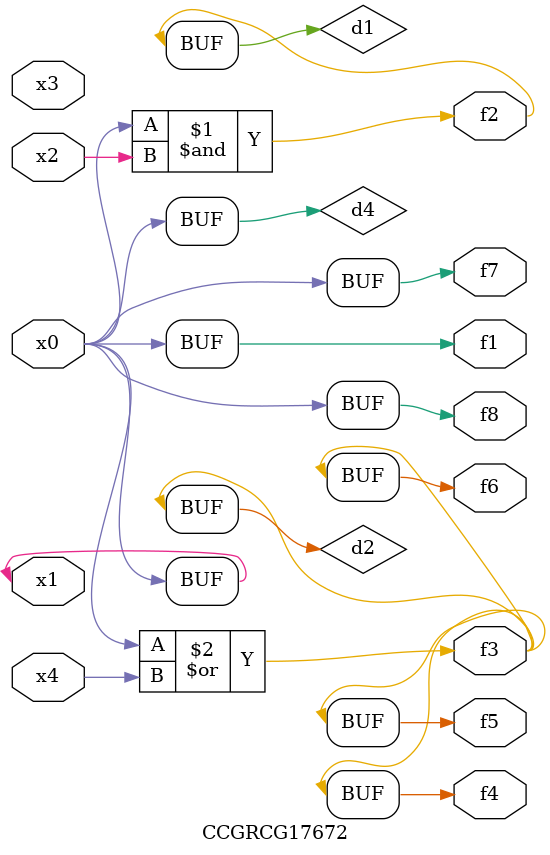
<source format=v>
module CCGRCG17672(
	input x0, x1, x2, x3, x4,
	output f1, f2, f3, f4, f5, f6, f7, f8
);

	wire d1, d2, d3, d4;

	and (d1, x0, x2);
	or (d2, x0, x4);
	nand (d3, x0, x2);
	buf (d4, x0, x1);
	assign f1 = d4;
	assign f2 = d1;
	assign f3 = d2;
	assign f4 = d2;
	assign f5 = d2;
	assign f6 = d2;
	assign f7 = d4;
	assign f8 = d4;
endmodule

</source>
